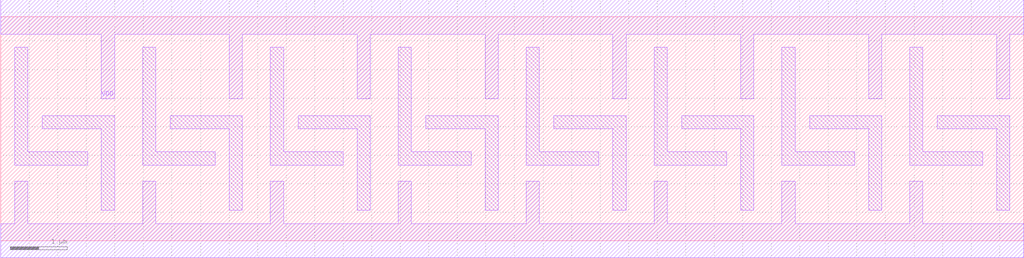
<source format=lef>
# Copyright 2022 GlobalFoundries PDK Authors
#
# Licensed under the Apache License, Version 2.0 (the "License");
# you may not use this file except in compliance with the License.
# You may obtain a copy of the License at
#
#      http://www.apache.org/licenses/LICENSE-2.0
#
# Unless required by applicable law or agreed to in writing, software
# distributed under the License is distributed on an "AS IS" BASIS,
# WITHOUT WARRANTIES OR CONDITIONS OF ANY KIND, either express or implied.
# See the License for the specific language governing permissions and
# limitations under the License.

MACRO gf180mcu_fd_sc_mcu7t5v0__fillcap_32
  CLASS core SPACER ;
  FOREIGN gf180mcu_fd_sc_mcu7t5v0__fillcap_32 0.0 0.0 ;
  ORIGIN 0 0 ;
  SYMMETRY X Y ;
  SITE GF018hv5v_mcu_sc7 ;
  SIZE 17.92 BY 3.92 ;
  PIN VDD
    DIRECTION INOUT ;
    USE power ;
    SHAPE ABUTMENT ;
    PORT
      LAYER Metal1 ;
        POLYGON 0 3.62 1.765 3.62 1.765 2.49 1.995 2.49 1.995 3.62 4.005 3.62 4.005 2.49 4.235 2.49 4.235 3.62 6.245 3.62 6.245 2.49 6.475 2.49 6.475 3.62 8.485 3.62 8.485 2.49 8.715 2.49 8.715 3.62 10.725 3.62 10.725 2.49 10.955 2.49 10.955 3.62 12.965 3.62 12.965 2.49 13.195 2.49 13.195 3.62 15.205 3.62 15.205 2.49 15.435 2.49 15.435 3.62 17.445 3.62 17.445 2.49 17.675 2.49 17.675 3.62 17.92 3.62 17.92 4.22 17.675 4.22 15.435 4.22 13.195 4.22 10.955 4.22 8.715 4.22 6.475 4.22 4.235 4.22 1.995 4.22 0 4.22  ;
    END
  END VDD
  PIN VSS
    DIRECTION INOUT ;
    USE ground ;
    SHAPE ABUTMENT ;
    PORT
      LAYER Metal1 ;
        POLYGON 0 -0.3 17.92 -0.3 17.92 0.3 16.155 0.3 16.155 1.045 15.925 1.045 15.925 0.3 13.915 0.3 13.915 1.045 13.685 1.045 13.685 0.3 11.675 0.3 11.675 1.045 11.445 1.045 11.445 0.3 9.435 0.3 9.435 1.045 9.205 1.045 9.205 0.3 7.195 0.3 7.195 1.045 6.965 1.045 6.965 0.3 4.955 0.3 4.955 1.045 4.725 1.045 4.725 0.3 2.715 0.3 2.715 1.045 2.485 1.045 2.485 0.3 0.475 0.3 0.475 1.045 0.245 1.045 0.245 0.3 0 0.3  ;
    END
  END VSS
  OBS
      LAYER Metal1 ;
        POLYGON 0.245 1.325 1.52 1.325 1.52 1.555 0.475 1.555 0.475 3.39 0.245 3.39  ;
        POLYGON 0.73 1.96 1.765 1.96 1.765 0.53 1.995 0.53 1.995 2.19 0.73 2.19  ;
        POLYGON 2.485 1.325 3.76 1.325 3.76 1.555 2.715 1.555 2.715 3.39 2.485 3.39  ;
        POLYGON 2.97 1.96 4.005 1.96 4.005 0.53 4.235 0.53 4.235 2.19 2.97 2.19  ;
        POLYGON 4.725 1.325 6 1.325 6 1.555 4.955 1.555 4.955 3.39 4.725 3.39  ;
        POLYGON 5.21 1.96 6.245 1.96 6.245 0.53 6.475 0.53 6.475 2.19 5.21 2.19  ;
        POLYGON 6.965 1.325 8.24 1.325 8.24 1.555 7.195 1.555 7.195 3.39 6.965 3.39  ;
        POLYGON 7.45 1.96 8.485 1.96 8.485 0.53 8.715 0.53 8.715 2.19 7.45 2.19  ;
        POLYGON 9.205 1.325 10.48 1.325 10.48 1.555 9.435 1.555 9.435 3.39 9.205 3.39  ;
        POLYGON 9.69 1.96 10.725 1.96 10.725 0.53 10.955 0.53 10.955 2.19 9.69 2.19  ;
        POLYGON 11.445 1.325 12.72 1.325 12.72 1.555 11.675 1.555 11.675 3.39 11.445 3.39  ;
        POLYGON 11.93 1.96 12.965 1.96 12.965 0.53 13.195 0.53 13.195 2.19 11.93 2.19  ;
        POLYGON 13.685 1.325 14.96 1.325 14.96 1.555 13.915 1.555 13.915 3.39 13.685 3.39  ;
        POLYGON 14.17 1.96 15.205 1.96 15.205 0.53 15.435 0.53 15.435 2.19 14.17 2.19  ;
        POLYGON 15.925 1.325 17.2 1.325 17.2 1.555 16.155 1.555 16.155 3.39 15.925 3.39  ;
        POLYGON 16.41 1.96 17.445 1.96 17.445 0.53 17.675 0.53 17.675 2.19 16.41 2.19  ;
  END
END gf180mcu_fd_sc_mcu7t5v0__fillcap_32

</source>
